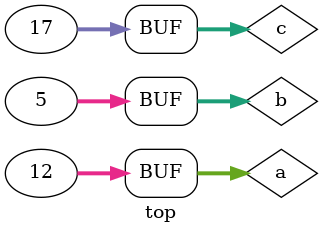
<source format=sv>
/*
:name: binary_op_plus
:description: + operator test
:should_fail: 0
:tags: 11.4.3
*/
module top();
int a = 12;
int b = 5;
int c;
initial begin
    c = a + b;
end
endmodule
</source>
